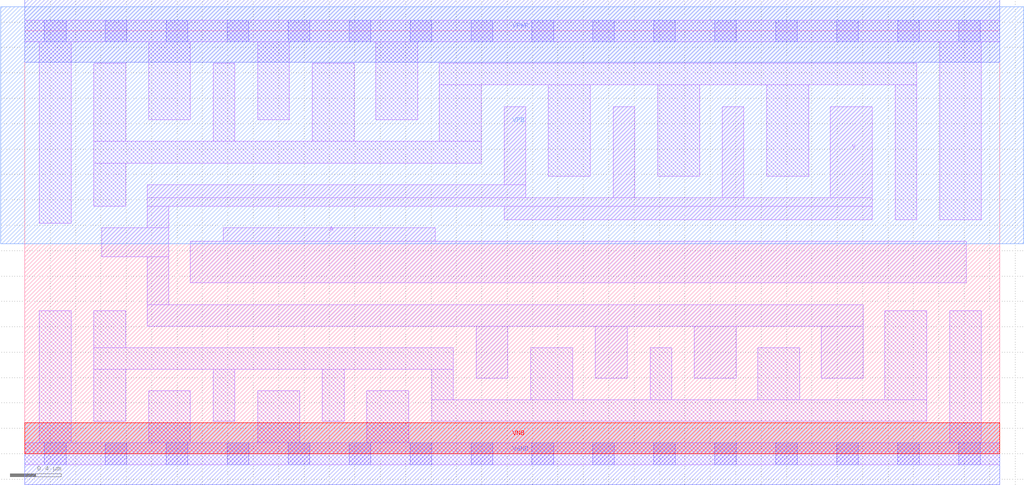
<source format=lef>
# Copyright 2020 The SkyWater PDK Authors
#
# Licensed under the Apache License, Version 2.0 (the "License");
# you may not use this file except in compliance with the License.
# You may obtain a copy of the License at
#
#     https://www.apache.org/licenses/LICENSE-2.0
#
# Unless required by applicable law or agreed to in writing, software
# distributed under the License is distributed on an "AS IS" BASIS,
# WITHOUT WARRANTIES OR CONDITIONS OF ANY KIND, either express or implied.
# See the License for the specific language governing permissions and
# limitations under the License.
#
# SPDX-License-Identifier: Apache-2.0

VERSION 5.7 ;
  NOWIREEXTENSIONATPIN ON ;
  DIVIDERCHAR "/" ;
  BUSBITCHARS "[]" ;
MACRO sky130_fd_sc_lp__invlp_8
  CLASS CORE ;
  FOREIGN sky130_fd_sc_lp__invlp_8 ;
  ORIGIN  0.000000  0.000000 ;
  SIZE  7.680000 BY  3.330000 ;
  SYMMETRY X Y R90 ;
  SITE unit ;
  PIN A
    ANTENNAGATEAREA  5.040000 ;
    DIRECTION INPUT ;
    USE SIGNAL ;
    PORT
      LAYER li1 ;
        RECT 1.305000 1.345000 7.415000 1.675000 ;
        RECT 1.565000 1.675000 3.235000 1.780000 ;
    END
  END A
  PIN Y
    ANTENNADIFFAREA  2.499000 ;
    DIRECTION OUTPUT ;
    USE SIGNAL ;
    PORT
      LAYER li1 ;
        RECT 0.605000 1.550000 1.135000 1.780000 ;
        RECT 0.965000 1.005000 6.605000 1.175000 ;
        RECT 0.965000 1.175000 1.135000 1.550000 ;
        RECT 0.965000 1.780000 1.135000 1.950000 ;
        RECT 0.965000 1.950000 6.675000 2.015000 ;
        RECT 0.965000 2.015000 3.945000 2.120000 ;
        RECT 3.555000 0.595000 3.805000 1.005000 ;
        RECT 3.775000 1.845000 6.675000 1.950000 ;
        RECT 3.775000 2.120000 3.945000 2.735000 ;
        RECT 4.495000 0.595000 4.745000 1.005000 ;
        RECT 4.635000 2.015000 4.805000 2.735000 ;
        RECT 5.275000 0.595000 5.605000 1.005000 ;
        RECT 5.495000 2.015000 5.665000 2.735000 ;
        RECT 6.275000 0.595000 6.605000 1.005000 ;
        RECT 6.345000 2.015000 6.675000 2.735000 ;
    END
  END Y
  PIN VGND
    DIRECTION INOUT ;
    USE GROUND ;
    PORT
      LAYER met1 ;
        RECT 0.000000 -0.245000 7.680000 0.245000 ;
    END
  END VGND
  PIN VNB
    DIRECTION INOUT ;
    USE GROUND ;
    PORT
      LAYER pwell ;
        RECT 0.000000 0.000000 7.680000 0.245000 ;
    END
  END VNB
  PIN VPB
    DIRECTION INOUT ;
    USE POWER ;
    PORT
      LAYER nwell ;
        RECT -0.190000 1.655000 7.870000 3.520000 ;
    END
  END VPB
  PIN VPWR
    DIRECTION INOUT ;
    USE POWER ;
    PORT
      LAYER met1 ;
        RECT 0.000000 3.085000 7.680000 3.575000 ;
    END
  END VPWR
  OBS
    LAYER li1 ;
      RECT 0.000000 -0.085000 7.680000 0.085000 ;
      RECT 0.000000  3.245000 7.680000 3.415000 ;
      RECT 0.115000  0.085000 0.365000 1.125000 ;
      RECT 0.115000  1.815000 0.365000 3.245000 ;
      RECT 0.545000  0.255000 0.795000 0.665000 ;
      RECT 0.545000  0.665000 3.375000 0.835000 ;
      RECT 0.545000  0.835000 0.795000 1.125000 ;
      RECT 0.545000  1.950000 0.795000 2.290000 ;
      RECT 0.545000  2.290000 3.595000 2.460000 ;
      RECT 0.545000  2.460000 0.795000 3.075000 ;
      RECT 0.975000  0.085000 1.305000 0.495000 ;
      RECT 0.975000  2.630000 1.305000 3.245000 ;
      RECT 1.485000  0.255000 1.655000 0.665000 ;
      RECT 1.485000  2.460000 1.655000 3.075000 ;
      RECT 1.835000  0.085000 2.165000 0.495000 ;
      RECT 1.835000  2.630000 2.085000 3.245000 ;
      RECT 2.265000  2.460000 2.595000 3.075000 ;
      RECT 2.345000  0.255000 2.515000 0.665000 ;
      RECT 2.695000  0.085000 3.025000 0.495000 ;
      RECT 2.765000  2.630000 3.095000 3.245000 ;
      RECT 3.205000  0.255000 7.105000 0.425000 ;
      RECT 3.205000  0.425000 3.375000 0.665000 ;
      RECT 3.265000  2.460000 3.595000 2.905000 ;
      RECT 3.265000  2.905000 7.025000 3.075000 ;
      RECT 3.985000  0.425000 4.315000 0.835000 ;
      RECT 4.125000  2.185000 4.455000 2.905000 ;
      RECT 4.925000  0.425000 5.095000 0.835000 ;
      RECT 4.985000  2.185000 5.315000 2.905000 ;
      RECT 5.775000  0.425000 6.105000 0.835000 ;
      RECT 5.845000  2.185000 6.175000 2.905000 ;
      RECT 6.775000  0.425000 7.105000 1.125000 ;
      RECT 6.855000  1.845000 7.025000 2.905000 ;
      RECT 7.205000  1.845000 7.535000 3.245000 ;
      RECT 7.285000  0.085000 7.535000 1.125000 ;
    LAYER mcon ;
      RECT 0.155000 -0.085000 0.325000 0.085000 ;
      RECT 0.155000  3.245000 0.325000 3.415000 ;
      RECT 0.635000 -0.085000 0.805000 0.085000 ;
      RECT 0.635000  3.245000 0.805000 3.415000 ;
      RECT 1.115000 -0.085000 1.285000 0.085000 ;
      RECT 1.115000  3.245000 1.285000 3.415000 ;
      RECT 1.595000 -0.085000 1.765000 0.085000 ;
      RECT 1.595000  3.245000 1.765000 3.415000 ;
      RECT 2.075000 -0.085000 2.245000 0.085000 ;
      RECT 2.075000  3.245000 2.245000 3.415000 ;
      RECT 2.555000 -0.085000 2.725000 0.085000 ;
      RECT 2.555000  3.245000 2.725000 3.415000 ;
      RECT 3.035000 -0.085000 3.205000 0.085000 ;
      RECT 3.035000  3.245000 3.205000 3.415000 ;
      RECT 3.515000 -0.085000 3.685000 0.085000 ;
      RECT 3.515000  3.245000 3.685000 3.415000 ;
      RECT 3.995000 -0.085000 4.165000 0.085000 ;
      RECT 3.995000  3.245000 4.165000 3.415000 ;
      RECT 4.475000 -0.085000 4.645000 0.085000 ;
      RECT 4.475000  3.245000 4.645000 3.415000 ;
      RECT 4.955000 -0.085000 5.125000 0.085000 ;
      RECT 4.955000  3.245000 5.125000 3.415000 ;
      RECT 5.435000 -0.085000 5.605000 0.085000 ;
      RECT 5.435000  3.245000 5.605000 3.415000 ;
      RECT 5.915000 -0.085000 6.085000 0.085000 ;
      RECT 5.915000  3.245000 6.085000 3.415000 ;
      RECT 6.395000 -0.085000 6.565000 0.085000 ;
      RECT 6.395000  3.245000 6.565000 3.415000 ;
      RECT 6.875000 -0.085000 7.045000 0.085000 ;
      RECT 6.875000  3.245000 7.045000 3.415000 ;
      RECT 7.355000 -0.085000 7.525000 0.085000 ;
      RECT 7.355000  3.245000 7.525000 3.415000 ;
  END
END sky130_fd_sc_lp__invlp_8
END LIBRARY

</source>
